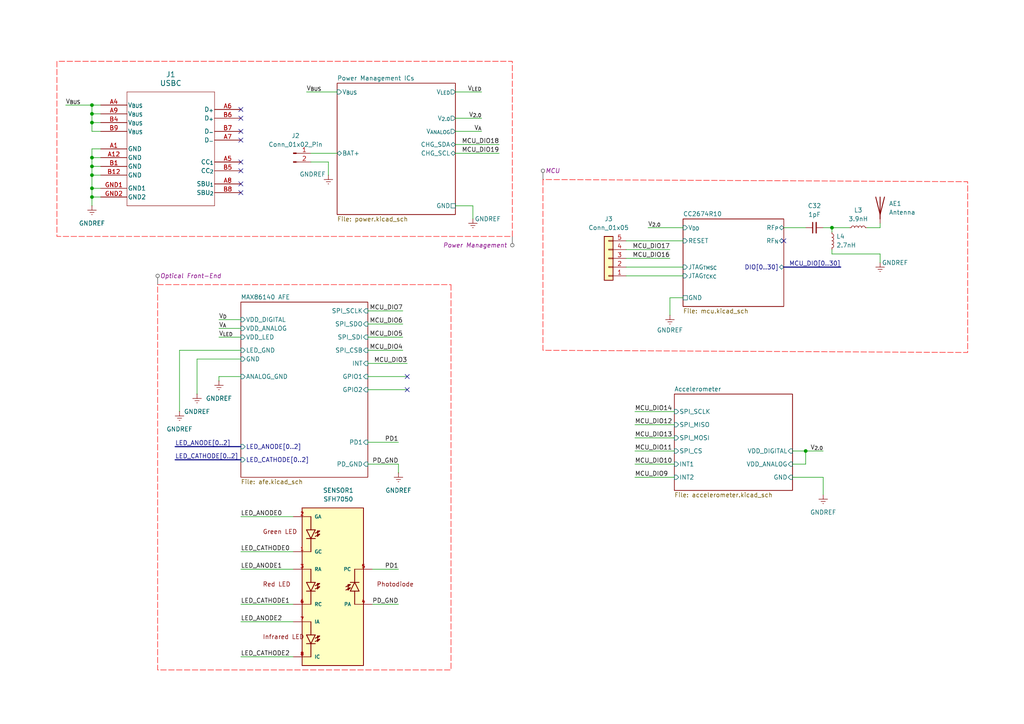
<source format=kicad_sch>
(kicad_sch (version 20250114) (generator "eeschema") (generator_version "9.0")
  (paper "A4")
  (title_block (title "Wearable Vital Monitor") (company "Guardian Health Inc."))
  (lib_symbols
    (symbol "Connector:Conn_01x02_Pin" (pin_names (offset 1.016) (hide yes))
      (property "Reference" "J" (at 0 2.54 0))
      (property "Value" "Conn_01x02_Pin" (at 0 -5.08 0))
      (symbol "Conn_01x02_Pin_1_1"
        (rectangle (start 0.8636 0.127) (end 0 -0.127) (stroke (width 0.1524)) (fill (type outline)))
        (rectangle (start 0.8636 -2.413) (end 0 -2.667) (stroke (width 0.1524)) (fill (type outline)))
        (polyline (pts (xy 1.27 0) (xy 0.8636 0)) (stroke (width 0.1524)))
        (polyline (pts (xy 1.27 -2.54) (xy 0.8636 -2.54)) (stroke (width 0.1524)))
        (pin passive line (at 5.08 0 180) (length 3.81) (name "Pin_1") (number "1"))
        (pin passive line (at 5.08 -2.54 180) (length 3.81) (name "Pin_2") (number "2"))
      )
    )
    (symbol "Connector_Generic:Conn_01x05" (pin_names (offset 1.016) (hide yes))
      (property "Reference" "J" (at 0 7.62 0))
      (property "Value" "Conn_01x05" (at 0 -7.62 0))
      (symbol "Conn_01x05_1_1"
        (rectangle (start -1.27 6.35) (end 1.27 -6.35) (stroke (width 0.254)) (fill (type background)))
        (rectangle (start -1.27 5.207) (end 0 4.953) (stroke (width 0.1524)))
        (rectangle (start -1.27 2.667) (end 0 2.413) (stroke (width 0.1524)))
        (rectangle (start -1.27 0.127) (end 0 -0.127) (stroke (width 0.1524)))
        (rectangle (start -1.27 -2.413) (end 0 -2.667) (stroke (width 0.1524)))
        (rectangle (start -1.27 -4.953) (end 0 -5.207) (stroke (width 0.1524)))
        (pin passive line (at -5.08 5.08 0) (length 3.81) (name "Pin_1") (number "1"))
        (pin passive line (at -5.08 2.54 0) (length 3.81) (name "Pin_2") (number "2"))
        (pin passive line (at -5.08 0 0) (length 3.81) (name "Pin_3") (number "3"))
        (pin passive line (at -5.08 -2.54 0) (length 3.81) (name "Pin_4") (number "4"))
        (pin passive line (at -5.08 -5.08 0) (length 3.81) (name "Pin_5") (number "5"))
      )
    )
    (symbol "Device:Antenna" (pin_numbers (hide yes)) (pin_names (offset 1.016) (hide yes))
      (property "Reference" "AE" (at -1.905 1.905 0))
      (property "Value" "Antenna" (at -1.905 0 0))
      (symbol "Antenna_0_1"
        (polyline (pts (xy 0 2.54) (xy 0 -3.81)) (stroke (width 0.254)))
        (polyline (pts (xy 1.27 2.54) (xy 0 -2.54) (xy -1.27 2.54)) (stroke (width 0.254)))
      )
      (symbol "Antenna_1_1"
        (pin input line (at 0 -5.08 90) (length 2.54) (name "A") (number "1"))
      )
    )
    (symbol "Device:C_Small" (pin_numbers (hide yes)) (pin_names (offset 0.254) (hide yes))
      (property "Reference" "C" (at 0.254 1.778 0))
      (property "Value" "C_Small" (at 0.254 -2.032 0))
      (symbol "C_Small_0_1"
        (polyline (pts (xy -1.524 0.508) (xy 1.524 0.508)) (stroke (width 0.3048)))
        (polyline (pts (xy -1.524 -0.508) (xy 1.524 -0.508)) (stroke (width 0.3302)))
      )
      (symbol "C_Small_1_1"
        (pin passive line (at 0 2.54 270) (length 2.032) (name "~") (number "1"))
        (pin passive line (at 0 -2.54 90) (length 2.032) (name "~") (number "2"))
      )
    )
    (symbol "Device:L_Small" (pin_numbers (hide yes)) (pin_names (offset 0.254) (hide yes))
      (property "Reference" "L" (at 0.762 1.016 0))
      (property "Value" "L_Small" (at 0.762 -1.016 0))
      (symbol "L_Small_0_1"
        (arc (start 0 2.032) (mid 0.5058 1.524) (end 0 1.016))
        (arc (start 0 1.016) (mid 0.5058 0.508) (end 0 0))
        (arc (start 0 0) (mid 0.5058 -0.508) (end 0 -1.016))
        (arc (start 0 -1.016) (mid 0.5058 -1.524) (end 0 -2.032))
      )
      (symbol "L_Small_1_1"
        (pin passive line (at 0 2.54 270) (length 0.508) (name "~") (number "1"))
        (pin passive line (at 0 -2.54 90) (length 0.508) (name "~") (number "2"))
      )
    )
    (symbol "ProjectSymbols:SFH7050" (pin_names (offset 1.016))
      (property "Reference" "SENSOR" (at -10.1735 25.4338 0))
      (property "Value" "SFH7050" (at -10.1743 -27.9794 0))
      (symbol "SFH7050_0_0"
        (rectangle (start -8.89 -22.86) (end 8.89 22.86) (stroke (width 0.254)) (fill (type background)))
        (polyline (pts (xy -7.62 16.51) (xy -6.35 16.51)) (stroke (width 0.254)))
        (polyline (pts (xy -7.62 13.97) (xy -6.35 13.97)) (stroke (width 0.254)))
        (polyline (pts (xy -7.62 1.27) (xy -6.35 1.27)) (stroke (width 0.254)))
        (polyline (pts (xy -7.62 -1.27) (xy -6.35 -1.27)) (stroke (width 0.254)))
        (polyline (pts (xy -7.62 -13.97) (xy -6.35 -13.97)) (stroke (width 0.254)))
        (polyline (pts (xy -7.62 -16.51) (xy -6.35 -16.51)) (stroke (width 0.254)))
        (polyline (pts (xy -6.35 20.32) (xy -6.35 16.51)) (stroke (width 0.254)))
        (polyline (pts (xy -6.35 16.51) (xy -5.08 16.51)) (stroke (width 0.254)))
        (polyline (pts (xy -6.35 13.97) (xy -7.62 16.51)) (stroke (width 0.254)))
        (polyline (pts (xy -6.35 13.97) (xy -6.35 10.16)) (stroke (width 0.254)))
        (polyline (pts (xy -6.35 13.97) (xy -5.08 13.97)) (stroke (width 0.254)))
        (polyline (pts (xy -6.35 5.08) (xy -6.35 1.27)) (stroke (width 0.254)))
        (polyline (pts (xy -6.35 1.27) (xy -5.08 1.27)) (stroke (width 0.254)))
        (polyline (pts (xy -6.35 -1.27) (xy -7.62 1.27)) (stroke (width 0.254)))
        (polyline (pts (xy -6.35 -1.27) (xy -6.35 -5.08)) (stroke (width 0.254)))
        (polyline (pts (xy -6.35 -1.27) (xy -5.08 -1.27)) (stroke (width 0.254)))
        (polyline (pts (xy -6.35 -10.16) (xy -6.35 -13.97)) (stroke (width 0.254)))
        (polyline (pts (xy -6.35 -13.97) (xy -5.08 -13.97)) (stroke (width 0.254)))
        (polyline (pts (xy -6.35 -16.51) (xy -7.62 -13.97)) (stroke (width 0.254)))
        (polyline (pts (xy -6.35 -16.51) (xy -6.35 -20.32)) (stroke (width 0.254)))
        (polyline (pts (xy -6.35 -16.51) (xy -5.08 -16.51)) (stroke (width 0.254)))
        (polyline (pts (xy -5.08 16.51) (xy -6.35 13.97)) (stroke (width 0.254)))
        (polyline (pts (xy -5.08 15.5575) (xy -3.81 16.1925)) (stroke (width 0.254)))
        (polyline (pts (xy -5.08 14.605) (xy -3.81 15.24)) (stroke (width 0.254)))
        (polyline (pts (xy -5.08 1.27) (xy -6.35 -1.27)) (stroke (width 0.254)))
        (polyline (pts (xy -5.08 0.3175) (xy -3.81 0.9525)) (stroke (width 0.254)))
        (polyline (pts (xy -5.08 -0.635) (xy -3.81 0)) (stroke (width 0.254)))
        (polyline (pts (xy -5.08 -13.97) (xy -6.35 -16.51)) (stroke (width 0.254)))
        (polyline (pts (xy -5.08 -14.9225) (xy -3.81 -14.2875)) (stroke (width 0.254)))
        (polyline (pts (xy -5.08 -15.875) (xy -3.81 -15.24)) (stroke (width 0.254)))
        (polyline (pts (xy -4.445 16.1925) (xy -3.81 16.1925)) (stroke (width 0.254)))
        (polyline (pts (xy -4.445 15.5575) (xy -4.445 16.1925)) (stroke (width 0.254)))
        (polyline (pts (xy -4.445 15.24) (xy -3.81 15.24)) (stroke (width 0.254)))
        (polyline (pts (xy -4.445 14.605) (xy -4.445 15.24)) (stroke (width 0.254)))
        (polyline (pts (xy -4.445 0.9525) (xy -3.81 0.9525)) (stroke (width 0.254)))
        (polyline (pts (xy -4.445 0.3175) (xy -4.445 0.9525)) (stroke (width 0.254)))
        (polyline (pts (xy -4.445 0) (xy -3.81 0)) (stroke (width 0.254)))
        (polyline (pts (xy -4.445 -0.635) (xy -4.445 0)) (stroke (width 0.254)))
        (polyline (pts (xy -4.445 -14.2875) (xy -3.81 -14.2875)) (stroke (width 0.254)))
        (polyline (pts (xy -4.445 -14.9225) (xy -4.445 -14.2875)) (stroke (width 0.254)))
        (polyline (pts (xy -4.445 -15.24) (xy -3.81 -15.24)) (stroke (width 0.254)))
        (polyline (pts (xy -4.445 -15.875) (xy -4.445 -15.24)) (stroke (width 0.254)))
        (polyline (pts (xy -3.81 16.1925) (xy -4.445 15.5575)) (stroke (width 0.254)))
        (polyline (pts (xy -3.81 15.24) (xy -4.445 14.605)) (stroke (width 0.254)))
        (polyline (pts (xy -3.81 0.9525) (xy -4.445 0.3175)) (stroke (width 0.254)))
        (polyline (pts (xy -3.81 0) (xy -4.445 -0.635)) (stroke (width 0.254)))
        (polyline (pts (xy -3.81 -14.2875) (xy -4.445 -14.9225)) (stroke (width 0.254)))
        (polyline (pts (xy -3.81 -15.24) (xy -4.445 -15.875)) (stroke (width 0.254)))
        (polyline (pts (xy 3.81 0) (xy 5.08 0.635)) (stroke (width 0.254)))
        (polyline (pts (xy 3.81 -0.9525) (xy 5.08 -0.3175)) (stroke (width 0.254)))
        (polyline (pts (xy 4.445 0.635) (xy 5.08 0.635)) (stroke (width 0.254)))
        (polyline (pts (xy 4.445 0) (xy 4.445 0.635)) (stroke (width 0.254)))
        (polyline (pts (xy 4.445 -0.3175) (xy 5.08 -0.3175)) (stroke (width 0.254)))
        (polyline (pts (xy 4.445 -0.9525) (xy 4.445 -0.3175)) (stroke (width 0.254)))
        (polyline (pts (xy 5.08 0.635) (xy 4.445 0)) (stroke (width 0.254)))
        (polyline (pts (xy 5.08 -0.3175) (xy 4.445 -0.9525)) (stroke (width 0.254)))
        (polyline (pts (xy 5.08 -1.27) (xy 6.35 1.27)) (stroke (width 0.254)))
        (polyline (pts (xy 6.35 1.27) (xy 5.08 1.27)) (stroke (width 0.254)))
        (polyline (pts (xy 6.35 1.27) (xy 6.35 5.08)) (stroke (width 0.254)))
        (polyline (pts (xy 6.35 1.27) (xy 7.62 -1.27)) (stroke (width 0.254)))
        (polyline (pts (xy 6.35 -1.27) (xy 5.08 -1.27)) (stroke (width 0.254)))
        (polyline (pts (xy 6.35 -5.08) (xy 6.35 -1.27)) (stroke (width 0.254)))
        (polyline (pts (xy 7.62 1.27) (xy 6.35 1.27)) (stroke (width 0.254)))
        (polyline (pts (xy 7.62 -1.27) (xy 6.35 -1.27)) (stroke (width 0.254)))
        (text "Infrared LED" (at -20.346 -15.2595 0) (effects (font (size 1.2716 1.2716)) (justify left bottom)))
        (text "Red LED" (at -20.3359 0 0) (effects (font (size 1.271 1.271)) (justify left bottom)))
        (text "Green LED" (at -20.3225 15.2419 0) (effects (font (size 1.2701 1.2701)) (justify left bottom)))
        (text "Photodiode" (at 12.7235 0 0) (effects (font (size 1.2724 1.2724)) (justify left bottom)))
        (pin passive line (at -11.43 20.32 0) (length 5.08) (name "GA") (number "2"))
        (pin passive line (at -11.43 10.16 0) (length 5.08) (name "GC") (number "1"))
        (pin passive line (at -11.43 5.08 0) (length 5.08) (name "RA") (number "3"))
        (pin passive line (at -11.43 -5.08 0) (length 5.08) (name "RC") (number "6"))
        (pin passive line (at -11.43 -10.16 0) (length 5.08) (name "IA") (number "7"))
        (pin passive line (at -11.43 -20.32 0) (length 5.08) (name "IC") (number "8"))
        (pin passive line (at 11.43 5.08 180) (length 5.08) (name "PC") (number "5"))
        (pin passive line (at 11.43 -5.08 180) (length 5.08) (name "PA") (number "4"))
      )
    )
    (symbol "ProjectSymbols:USBC" (pin_names (offset 0.254))
      (property "Reference" "J" (at 20.32 10.16 0))
      (property "Value" "USBC" (at 20.32 7.62 0))
      (symbol "USBC_1_1"
        (polyline (pts (xy 7.62 5.08) (xy 7.62 -27.94)) (stroke (width 0.127)))
        (polyline (pts (xy 7.62 -27.94) (xy 33.02 -27.94)) (stroke (width 0.127)))
        (polyline (pts (xy 33.02 5.08) (xy 7.62 5.08)) (stroke (width 0.127)))
        (polyline (pts (xy 33.02 -27.94) (xy 33.02 5.08)) (stroke (width 0.127)))
        (pin passive line (at 0 1.27 0) (length 7.62) (name "V_{BUS}") (number "A4"))
        (pin passive line (at 0 -1.27 0) (length 7.62) (name "V_{BUS}") (number "A9"))
        (pin passive line (at 0 -3.81 0) (length 7.62) (name "V_{BUS}") (number "B4"))
        (pin passive line (at 0 -6.35 0) (length 7.62) (name "V_{BUS}") (number "B9"))
        (pin passive line (at 0 -11.43 0) (length 7.62) (name "GND") (number "A1"))
        (pin passive line (at 0 -13.97 0) (length 7.62) (name "GND") (number "A12"))
        (pin passive line (at 0 -16.51 0) (length 7.62) (name "GND") (number "B1"))
        (pin passive line (at 0 -19.05 0) (length 7.62) (name "GND") (number "B12"))
        (pin passive line (at 0 -22.86 0) (length 7.62) (name "GND1") (number "GND1"))
        (pin passive line (at 0 -25.4 0) (length 7.62) (name "GND2") (number "GND2"))
        (pin bidirectional line (at 40.64 0 180) (length 7.62) (name "D_{+}") (number "A6"))
        (pin bidirectional line (at 40.64 -2.54 180) (length 7.62) (name "D_{+}") (number "B6"))
        (pin bidirectional line (at 40.64 -6.35 180) (length 7.62) (name "D_{-}") (number "B7"))
        (pin bidirectional line (at 40.64 -8.89 180) (length 7.62) (name "D_{-}") (number "A7"))
        (pin bidirectional line (at 40.64 -15.24 180) (length 7.62) (name "CC_{1}") (number "A5"))
        (pin bidirectional line (at 40.64 -17.78 180) (length 7.62) (name "CC_{2}") (number "B5"))
        (pin bidirectional line (at 40.64 -21.59 180) (length 7.62) (name "SBU_{1}") (number "A8"))
        (pin bidirectional line (at 40.64 -24.13 180) (length 7.62) (name "SBU_{2}") (number "B8"))
      )
      (symbol "USBC_1_2"
        (polyline (pts (xy 5.08 2.54) (xy 5.08 -45.72)) (stroke (width 0.127)))
        (polyline (pts (xy 5.08 -45.72) (xy 12.7 -45.72)) (stroke (width 0.127)))
        (polyline (pts (xy 7.62 0) (xy 5.08 0)) (stroke (width 0.127)))
        (polyline (pts (xy 7.62 0) (xy 8.89 0.8467)) (stroke (width 0.127)))
        (polyline (pts (xy 7.62 0) (xy 8.89 -0.8467)) (stroke (width 0.127)))
        (polyline (pts (xy 7.62 -2.54) (xy 5.08 -2.54)) (stroke (width 0.127)))
        (polyline (pts (xy 7.62 -2.54) (xy 8.89 -1.6933)) (stroke (width 0.127)))
        (polyline (pts (xy 7.62 -2.54) (xy 8.89 -3.3867)) (stroke (width 0.127)))
        (polyline (pts (xy 7.62 -5.08) (xy 5.08 -5.08)) (stroke (width 0.127)))
        (polyline (pts (xy 7.62 -5.08) (xy 8.89 -4.2333)) (stroke (width 0.127)))
        (polyline (pts (xy 7.62 -5.08) (xy 8.89 -5.9267)) (stroke (width 0.127)))
        (polyline (pts (xy 7.62 -7.62) (xy 5.08 -7.62)) (stroke (width 0.127)))
        (polyline (pts (xy 7.62 -7.62) (xy 8.89 -6.7733)) (stroke (width 0.127)))
        (polyline (pts (xy 7.62 -7.62) (xy 8.89 -8.4667)) (stroke (width 0.127)))
        (polyline (pts (xy 7.62 -10.16) (xy 5.08 -10.16)) (stroke (width 0.127)))
        (polyline (pts (xy 7.62 -10.16) (xy 8.89 -9.3133)) (stroke (width 0.127)))
        (polyline (pts (xy 7.62 -10.16) (xy 8.89 -11.0067)) (stroke (width 0.127)))
        (polyline (pts (xy 7.62 -12.7) (xy 5.08 -12.7)) (stroke (width 0.127)))
        (polyline (pts (xy 7.62 -12.7) (xy 8.89 -11.8533)) (stroke (width 0.127)))
        (polyline (pts (xy 7.62 -12.7) (xy 8.89 -13.5467)) (stroke (width 0.127)))
        (polyline (pts (xy 7.62 -15.24) (xy 5.08 -15.24)) (stroke (width 0.127)))
        (polyline (pts (xy 7.62 -15.24) (xy 8.89 -14.3933)) (stroke (width 0.127)))
        (polyline (pts (xy 7.62 -15.24) (xy 8.89 -16.0867)) (stroke (width 0.127)))
        (polyline (pts (xy 7.62 -17.78) (xy 5.08 -17.78)) (stroke (width 0.127)))
        (polyline (pts (xy 7.62 -17.78) (xy 8.89 -16.9333)) (stroke (width 0.127)))
        (polyline (pts (xy 7.62 -17.78) (xy 8.89 -18.6267)) (stroke (width 0.127)))
        (polyline (pts (xy 7.62 -20.32) (xy 5.08 -20.32)) (stroke (width 0.127)))
        (polyline (pts (xy 7.62 -20.32) (xy 8.89 -19.4733)) (stroke (width 0.127)))
        (polyline (pts (xy 7.62 -20.32) (xy 8.89 -21.1667)) (stroke (width 0.127)))
        (polyline (pts (xy 7.62 -22.86) (xy 5.08 -22.86)) (stroke (width 0.127)))
        (polyline (pts (xy 7.62 -22.86) (xy 8.89 -22.0133)) (stroke (width 0.127)))
        (polyline (pts (xy 7.62 -22.86) (xy 8.89 -23.7067)) (stroke (width 0.127)))
        (polyline (pts (xy 7.62 -25.4) (xy 5.08 -25.4)) (stroke (width 0.127)))
        (polyline (pts (xy 7.62 -25.4) (xy 8.89 -24.5533)) (stroke (width 0.127)))
        (polyline (pts (xy 7.62 -25.4) (xy 8.89 -26.2467)) (stroke (width 0.127)))
        (polyline (pts (xy 7.62 -27.94) (xy 5.08 -27.94)) (stroke (width 0.127)))
        (polyline (pts (xy 7.62 -27.94) (xy 8.89 -27.0933)) (stroke (width 0.127)))
        (polyline (pts (xy 7.62 -27.94) (xy 8.89 -28.7867)) (stroke (width 0.127)))
        (polyline (pts (xy 7.62 -30.48) (xy 5.08 -30.48)) (stroke (width 0.127)))
        (polyline (pts (xy 7.62 -30.48) (xy 8.89 -29.6333)) (stroke (width 0.127)))
        (polyline (pts (xy 7.62 -30.48) (xy 8.89 -31.3267)) (stroke (width 0.127)))
        (polyline (pts (xy 7.62 -33.02) (xy 5.08 -33.02)) (stroke (width 0.127)))
        (polyline (pts (xy 7.62 -33.02) (xy 8.89 -32.1733)) (stroke (width 0.127)))
        (polyline (pts (xy 7.62 -33.02) (xy 8.89 -33.8667)) (stroke (width 0.127)))
        (polyline (pts (xy 7.62 -35.56) (xy 5.08 -35.56)) (stroke (width 0.127)))
        (polyline (pts (xy 7.62 -35.56) (xy 8.89 -34.7133)) (stroke (width 0.127)))
        (polyline (pts (xy 7.62 -35.56) (xy 8.89 -36.4067)) (stroke (width 0.127)))
        (polyline (pts (xy 7.62 -38.1) (xy 5.08 -38.1)) (stroke (width 0.127)))
        (polyline (pts (xy 7.62 -38.1) (xy 8.89 -37.2533)) (stroke (width 0.127)))
        (polyline (pts (xy 7.62 -38.1) (xy 8.89 -38.9467)) (stroke (width 0.127)))
        (polyline (pts (xy 7.62 -40.64) (xy 5.08 -40.64)) (stroke (width 0.127)))
        (polyline (pts (xy 7.62 -40.64) (xy 8.89 -39.7933)) (stroke (width 0.127)))
        (polyline (pts (xy 7.62 -40.64) (xy 8.89 -41.4867)) (stroke (width 0.127)))
        (polyline (pts (xy 7.62 -43.18) (xy 5.08 -43.18)) (stroke (width 0.127)))
        (polyline (pts (xy 7.62 -43.18) (xy 8.89 -42.3333)) (stroke (width 0.127)))
        (polyline (pts (xy 7.62 -43.18) (xy 8.89 -44.0267)) (stroke (width 0.127)))
        (polyline (pts (xy 12.7 2.54) (xy 5.08 2.54)) (stroke (width 0.127)))
        (polyline (pts (xy 12.7 -45.72) (xy 12.7 2.54)) (stroke (width 0.127)))
        (pin power_out line (at 0 0 0) (length 5.08) (name "A1") (number "A1"))
        (pin power_out line (at 0 -2.54 0) (length 5.08) (name "B12") (number "B12"))
        (pin power_in line (at 0 -5.08 0) (length 5.08) (name "A4") (number "A4"))
        (pin power_in line (at 0 -7.62 0) (length 5.08) (name "B9") (number "B9"))
        (pin bidirectional line (at 0 -10.16 0) (length 5.08) (name "A5") (number "A5"))
        (pin bidirectional line (at 0 -12.7 0) (length 5.08) (name "B8") (number "B8"))
        (pin unspecified line (at 0 -15.24 0) (length 5.08) (name "A6") (number "A6"))
        (pin bidirectional line (at 0 -17.78 0) (length 5.08) (name "B7") (number "B7"))
        (pin bidirectional line (at 0 -20.32 0) (length 5.08) (name "A7") (number "A7"))
        (pin unspecified line (at 0 -22.86 0) (length 5.08) (name "B6") (number "B6"))
        (pin bidirectional line (at 0 -25.4 0) (length 5.08) (name "A8") (number "A8"))
        (pin bidirectional line (at 0 -27.94 0) (length 5.08) (name "B5") (number "B5"))
        (pin power_in line (at 0 -30.48 0) (length 5.08) (name "A9") (number "A9"))
        (pin power_in line (at 0 -33.02 0) (length 5.08) (name "B4") (number "B4"))
        (pin power_out line (at 0 -35.56 0) (length 5.08) (name "A12") (number "A12"))
        (pin power_out line (at 0 -38.1 0) (length 5.08) (name "B1") (number "B1"))
        (pin power_out line (at 0 -40.64 0) (length 5.08) (name "GND1") (number "GND1"))
        (pin power_out line (at 0 -43.18 0) (length 5.08) (name "GND2") (number "GND2"))
      )
    )
    (symbol "power:GNDREF" (power) (pin_numbers (hide yes)) (pin_names (offset 0) (hide yes))
      (property "Value" "GNDREF" (at 0 -3.81 0))
      (symbol "GNDREF_0_1"
        (polyline (pts (xy -0.635 -1.905) (xy 0.635 -1.905)))
        (polyline (pts (xy -0.127 -2.54) (xy 0.127 -2.54)))
        (polyline (pts (xy 0 -1.27) (xy 0 0)))
        (polyline (pts (xy 1.27 -1.27) (xy -1.27 -1.27)))
      )
      (symbol "GNDREF_1_1"
        (pin power_in line (at 0 0 270) (length 0) (name "~") (number "1"))
      )
    )
  )
  (junction (at 26.67 57.15))
  (junction (at 26.67 30.48))
  (junction (at 26.67 54.61))
  (junction (at 26.67 50.8))
  (junction (at 26.67 45.72))
  (junction (at 26.67 33.02))
  (junction (at 233.68 130.81))
  (junction (at 26.67 48.26))
  (junction (at 26.67 35.56))
  (junction (at 241.3 66.04))
  (no_connect (at 69.85 46.99))
  (no_connect (at 118.11 109.22))
  (no_connect (at 69.85 53.34))
  (no_connect (at 69.85 34.29))
  (no_connect (at 118.11 113.03))
  (no_connect (at 69.85 31.75))
  (no_connect (at 69.85 49.53))
  (no_connect (at 69.85 40.64))
  (no_connect (at 69.85 55.88))
  (no_connect (at 227.33 69.85))
  (no_connect (at 69.85 38.1))
  (wire (pts (xy 107.95 165.1) (xy 115.57 165.1)))
  (wire (pts (xy 184.15 130.81) (xy 195.58 130.81)))
  (wire (pts (xy 238.76 66.04) (xy 241.3 66.04)))
  (wire (pts (xy 106.68 90.17) (xy 116.84 90.17)))
  (wire (pts (xy 26.67 35.56) (xy 26.67 38.1)))
  (wire (pts (xy 233.68 130.81) (xy 238.76 130.81)))
  (wire (pts (xy 181.61 74.93) (xy 194.31 74.93)))
  (wire (pts (xy 63.5 92.71) (xy 69.85 92.71)))
  (wire (pts (xy 106.68 97.79) (xy 116.84 97.79)))
  (wire (pts (xy 69.85 190.5) (xy 85.09 190.5)))
  (wire (pts (xy 187.96 66.04) (xy 198.12 66.04)))
  (wire (pts (xy 194.31 91.44) (xy 194.31 86.36)))
  (wire (pts (xy 69.85 104.14) (xy 57.15 104.14)))
  (wire (pts (xy 241.3 67.31) (xy 241.3 66.04)))
  (wire (pts (xy 52.07 101.6) (xy 52.07 119.38)))
  (wire (pts (xy 241.3 66.04) (xy 246.38 66.04)))
  (bus (pts (xy 50.8 129.54) (xy 69.85 129.54)))
  (wire (pts (xy 63.5 95.25) (xy 69.85 95.25)))
  (wire (pts (xy 238.76 138.43) (xy 238.76 143.51)))
  (wire (pts (xy 69.85 149.86) (xy 85.09 149.86)))
  (wire (pts (xy 106.68 93.98) (xy 116.84 93.98)))
  (wire (pts (xy 233.68 130.81) (xy 233.68 134.62)))
  (wire (pts (xy 69.85 175.26) (xy 85.09 175.26)))
  (wire (pts (xy 115.57 128.27) (xy 106.68 128.27)))
  (wire (pts (xy 63.5 109.22) (xy 63.5 110.49)))
  (wire (pts (xy 88.9 26.67) (xy 97.79 26.67)))
  (wire (pts (xy 69.85 165.1) (xy 85.09 165.1)))
  (wire (pts (xy 132.08 26.67) (xy 139.7 26.67)))
  (wire (pts (xy 95.25 50.8) (xy 95.25 46.99)))
  (wire (pts (xy 26.67 54.61) (xy 26.67 57.15)))
  (wire (pts (xy 241.3 73.66) (xy 255.27 73.66)))
  (wire (pts (xy 132.08 41.91) (xy 144.78 41.91)))
  (wire (pts (xy 227.33 66.04) (xy 233.68 66.04)))
  (wire (pts (xy 69.85 160.02) (xy 85.09 160.02)))
  (wire (pts (xy 184.15 119.38) (xy 195.58 119.38)))
  (wire (pts (xy 106.68 134.62) (xy 115.57 134.62)))
  (bus (pts (xy 227.33 77.47) (xy 243.84 77.47)))
  (wire (pts (xy 137.16 59.69) (xy 137.16 63.5)))
  (wire (pts (xy 95.25 46.99) (xy 90.17 46.99)))
  (wire (pts (xy 69.85 180.34) (xy 85.09 180.34)))
  (wire (pts (xy 184.15 123.19) (xy 195.58 123.19)))
  (wire (pts (xy 229.87 138.43) (xy 238.76 138.43)))
  (wire (pts (xy 26.67 50.8) (xy 26.67 54.61)))
  (wire (pts (xy 255.27 73.66) (xy 255.27 76.2)))
  (wire (pts (xy 26.67 57.15) (xy 26.67 59.69)))
  (wire (pts (xy 26.67 45.72) (xy 29.21 45.72)))
  (wire (pts (xy 106.68 101.6) (xy 116.84 101.6)))
  (wire (pts (xy 181.61 80.01) (xy 198.12 80.01)))
  (wire (pts (xy 233.68 134.62) (xy 229.87 134.62)))
  (wire (pts (xy 57.15 104.14) (xy 57.15 114.3)))
  (wire (pts (xy 255.27 64.77) (xy 255.27 66.04)))
  (wire (pts (xy 106.68 109.22) (xy 118.11 109.22)))
  (wire (pts (xy 184.15 127) (xy 195.58 127)))
  (bus (pts (xy 50.8 133.35) (xy 69.85 133.35)))
  (wire (pts (xy 181.61 77.47) (xy 198.12 77.47)))
  (wire (pts (xy 132.08 34.29) (xy 139.7 34.29)))
  (wire (pts (xy 181.61 69.85) (xy 198.12 69.85)))
  (wire (pts (xy 69.85 109.22) (xy 63.5 109.22)))
  (wire (pts (xy 29.21 57.15) (xy 26.67 57.15)))
  (wire (pts (xy 106.68 113.03) (xy 118.11 113.03)))
  (wire (pts (xy 26.67 43.18) (xy 26.67 45.72)))
  (wire (pts (xy 26.67 33.02) (xy 26.67 35.56)))
  (wire (pts (xy 26.67 54.61) (xy 29.21 54.61)))
  (wire (pts (xy 107.95 175.26) (xy 115.57 175.26)))
  (wire (pts (xy 26.67 38.1) (xy 29.21 38.1)))
  (wire (pts (xy 241.3 73.66) (xy 241.3 72.39)))
  (wire (pts (xy 26.67 35.56) (xy 29.21 35.56)))
  (wire (pts (xy 115.57 134.62) (xy 115.57 137.16)))
  (wire (pts (xy 184.15 138.43) (xy 195.58 138.43)))
  (wire (pts (xy 251.46 66.04) (xy 255.27 66.04)))
  (wire (pts (xy 229.87 130.81) (xy 233.68 130.81)))
  (wire (pts (xy 90.17 44.45) (xy 97.79 44.45)))
  (wire (pts (xy 132.08 59.69) (xy 137.16 59.69)))
  (wire (pts (xy 181.61 72.39) (xy 194.31 72.39)))
  (wire (pts (xy 19.05 30.48) (xy 26.67 30.48)))
  (wire (pts (xy 26.67 48.26) (xy 26.67 50.8)))
  (wire (pts (xy 194.31 86.36) (xy 198.12 86.36)))
  (wire (pts (xy 69.85 101.6) (xy 52.07 101.6)))
  (wire (pts (xy 106.68 105.41) (xy 118.11 105.41)))
  (wire (pts (xy 63.5 97.79) (xy 69.85 97.79)))
  (wire (pts (xy 132.08 44.45) (xy 144.78 44.45)))
  (wire (pts (xy 29.21 43.18) (xy 26.67 43.18)))
  (wire (pts (xy 26.67 50.8) (xy 29.21 50.8)))
  (wire (pts (xy 29.21 30.48) (xy 26.67 30.48)))
  (wire (pts (xy 26.67 30.48) (xy 26.67 33.02)))
  (wire (pts (xy 26.67 48.26) (xy 29.21 48.26)))
  (wire (pts (xy 132.08 38.1) (xy 139.7 38.1)))
  (wire (pts (xy 184.15 134.62) (xy 195.58 134.62)))
  (wire (pts (xy 26.67 45.72) (xy 26.67 48.26)))
  (wire (pts (xy 26.67 33.02) (xy 29.21 33.02)))
  (label "V_{BUS}" (at 19.05 30.48 0))
  (label "MCU_DIO13" (at 184.15 127 0))
  (label "MCU_DIO14" (at 184.15 119.38 0))
  (label "MCU_DIO17" (at 194.31 72.39 180))
  (label "MCU_DIO[0..30]" (at 243.84 77.47 180))
  (label "MCU_DIO5" (at 116.84 97.79 180))
  (label "MCU_DIO10" (at 184.15 134.62 0))
  (label "V_{2.0}" (at 238.76 130.81 180))
  (label "V_{2.0}" (at 187.96 66.04 0))
  (label "LED_CATHODE[0..2]" (at 50.8 133.35 0))
  (label "LED_CATHODE0" (at 69.85 160.02 0))
  (label "V_{A}" (at 63.5 95.25 0))
  (label "MCU_DIO11" (at 184.15 130.81 0))
  (label "V_{BUS}" (at 88.9 26.67 0))
  (label "MCU_DIO4" (at 116.84 101.6 180))
  (label "LED_ANODE1" (at 69.85 165.1 0))
  (label "PD1" (at 115.57 128.27 180))
  (label "PD_GND" (at 115.57 175.26 180))
  (label "LED_ANODE2" (at 69.85 180.34 0))
  (label "MCU_DIO3" (at 118.11 105.41 180))
  (label "PD1" (at 115.57 165.1 180))
  (label "MCU_DIO9" (at 184.15 138.43 0))
  (label "MCU_DIO18" (at 144.78 41.91 180))
  (label "V_{D}" (at 63.5 92.71 0))
  (label "MCU_DIO12" (at 184.15 123.19 0))
  (label "PD_GND" (at 115.57 134.62 180))
  (label "V_{LED}" (at 63.5 97.79 0))
  (label "MCU_DIO19" (at 144.78 44.45 180))
  (label "V_{A}" (at 139.7 38.1 180))
  (label "MCU_DIO6" (at 116.84 93.98 180))
  (label "LED_CATHODE2" (at 69.85 190.5 0))
  (label "MCU_DIO7" (at 116.84 90.17 180))
  (label "V_{LED}" (at 139.7 26.67 180))
  (label "LED_CATHODE1" (at 69.85 175.26 0))
  (label "MCU_DIO16" (at 194.31 74.93 180))
  (label "V_{2.0}" (at 139.7 34.29 180))
  (label "LED_ANODE0" (at 69.85 149.86 0))
  (label "LED_ANODE[0..2]" (at 50.8 129.54 0))
  (rule_area (polyline (pts (xy 157.48 52.07) (xy 157.48 101.6) (xy 280.67 102.235) (xy 280.67 52.705)) (stroke (width 0) (type dash))))
  (rule_area (polyline (pts (xy 130.81 82.55) (xy 130.81 194.31) (xy 45.72 194.31) (xy 45.72 82.55) (xy 45.72 82.55)) (stroke (width 0) (type dash))))
  (rule_area (polyline (pts (xy 16.51 17.78) (xy 16.51 68.58) (xy 148.59 68.58) (xy 148.59 17.78)) (stroke (width 0) (type dash))))
  (netclass_flag "" (length 2.54) (shape round) (at 148.59 68.58 180) (property "Component Class" "Power Management" (at 147.066 71.12 0) (effects (font (italic yes)) (justify right))))
  (netclass_flag "" (length 2.54) (shape round) (at 45.72 82.55 0) (property "Component Class" "Optical Front-End" (at 46.4185 80.01 0) (effects (font (italic yes)) (justify left))))
  (netclass_flag "" (length 2.54) (shape round) (at 157.48 52.07 0) (property "Component Class" "MCU" (at 158.1785 49.53 0) (effects (font (italic yes)) (justify left))))
  (symbol (lib_id "power:GNDREF") (at 52.07 119.38 0) (unit 1)
    (property "Reference" "#PWR06" (effects (hide yes)))
    (property "Value" "GNDREF" (at 52.07 124.46 0))
    (property "Description" "Power symbol creates a global label with name \"GNDREF\" , reference supply ground" (effects (hide yes)))
  )
  (symbol (lib_id "Device:L_Small") (at 241.3 69.85 0) (unit 1)
    (property "Reference" "L4" (at 242.57 68.5799 0) (effects (justify left)))
    (property "Value" "2.7nH" (at 242.57 71.1199 0) (effects (justify left)))
    (property "Footprint" "Inductor_SMD:L_0402_1005Metric" (effects (hide yes)))
    (property "Description" "Inductor, small symbol" (effects (hide yes)))
  )
  (symbol (lib_id "power:GNDREF") (at 115.57 137.16 0) (unit 1)
    (property "Reference" "#PWR03" (effects (hide yes)))
    (property "Value" "GNDREF" (at 115.57 142.24 0))
    (property "Description" "Power symbol creates a global label with name \"GNDREF\" , reference supply ground" (effects (hide yes)))
  )
  (symbol (lib_id "Connector_Generic:Conn_01x05") (at 176.53 74.93 180) (unit 1)
    (property "Reference" "J3" (at 176.53 63.5 0))
    (property "Value" "Conn_01x05" (at 176.53 66.04 0))
    (property "Footprint" "Connector_PinHeader_2.54mm:PinHeader_1x05_P2.54mm_Vertical" (effects (hide yes)))
    (property "Description" "Generic connector, single row, 01x05, script generated (kicad-library-utils/schlib/autogen/connector/)" (effects (hide yes)))
  )
  (symbol (lib_id "ProjectSymbols:SFH7050") (at 96.52 170.18 0) (unit 1)
    (property "Reference" "SENSOR1" (at 98.1218 142.24 0))
    (property "Value" "SFH7050" (at 98.1218 144.78 0))
    (property "Footprint" "Project-Symbols:SFH 7050A_OSM" (effects (hide yes)))
    (property "MF" "OSRAM Opto" (effects (hide yes)))
    (property "Description_1" "Oximeter/Heart Rate Sensor Voltage Output" (effects (hide yes)))
    (property "Package" "None" (effects (hide yes)))
    (property "Price" "None" (effects (hide yes)))
    (property "Check_prices" "https://www.snapeda.com/parts/SFH7050/Osram/view-part/?ref=eda" (effects (hide yes)))
    (property "SnapEDA_Link" "https://www.snapeda.com/parts/SFH7050/Osram/view-part/?ref=snap" (effects (hide yes)))
    (property "MP" "SFH7050" (effects (hide yes)))
    (property "Availability" "In Stock" (effects (hide yes)))
    (property "MANUFACTURER" "Opto Semiconductor" (effects (hide yes)))
  )
  (symbol (lib_id "power:GNDREF") (at 57.15 114.3 0) (unit 1)
    (property "Reference" "#PWR02" (effects (hide yes)))
    (property "Value" "GNDREF" (at 57.15 119.38 0))
    (property "Description" "Power symbol creates a global label with name \"GNDREF\" , reference supply ground" (effects (hide yes)))
  )
  (symbol (lib_id "Device:C_Small") (at 236.22 66.04 90) (unit 1)
    (property "Reference" "C32" (at 236.2263 59.69 90))
    (property "Value" "1pF" (at 236.2263 62.23 90))
    (property "Footprint" "Capacitor_SMD:C_0402_1005Metric" (effects (hide yes)))
    (property "Description" "Unpolarized capacitor, small symbol" (effects (hide yes)))
  )
  (symbol (lib_id "power:GNDREF") (at 137.16 63.5 0) (unit 1)
    (property "Reference" "#PWR07" (effects (hide yes)))
    (property "Value" "GNDREF" (at 141.478 63.5 0))
    (property "Description" "Power symbol creates a global label with name \"GNDREF\" , reference supply ground" (effects (hide yes)))
  )
  (symbol (lib_id "power:GNDREF") (at 255.27 76.2 0) (unit 1)
    (property "Reference" "#PWR09" (effects (hide yes)))
    (property "Value" "GNDREF" (at 259.588 76.2 0))
    (property "Description" "Power symbol creates a global label with name \"GNDREF\" , reference supply ground" (effects (hide yes)))
  )
  (symbol (lib_id "Device:Antenna") (at 255.27 59.69 0) (unit 1)
    (property "Reference" "AE1" (at 257.81 59.0549 0) (effects (justify left)))
    (property "Value" "Antenna" (at 257.81 61.5949 0) (effects (justify left)))
    (property "Footprint" "RF_Antenna:Johanson_2450AT18x100" (effects (hide yes)))
    (property "Description" "Antenna" (effects (hide yes)))
  )
  (symbol (lib_id "Connector:Conn_01x02_Pin") (at 85.09 44.45 0) (unit 1)
    (property "Reference" "J2" (at 85.725 39.37 0))
    (property "Value" "Conn_01x02_Pin" (at 85.725 41.91 0))
    (property "Footprint" "Connector_PinHeader_2.54mm:PinHeader_1x02_P2.54mm_Vertical" (effects (hide yes)))
    (property "Description" "Generic connector, single row, 01x02, script generated" (effects (hide yes)))
  )
  (symbol (lib_id "power:GNDREF") (at 238.76 143.51 0) (unit 1)
    (property "Reference" "#PWR05" (effects (hide yes)))
    (property "Value" "GNDREF" (at 238.76 148.59 0))
    (property "Description" "Power symbol creates a global label with name \"GNDREF\" , reference supply ground" (effects (hide yes)))
  )
  (symbol (lib_id "power:GNDREF") (at 26.67 59.69 0) (unit 1)
    (property "Reference" "#PWR01" (effects (hide yes)))
    (property "Value" "GNDREF" (at 26.67 64.77 0))
    (property "Description" "Power symbol creates a global label with name \"GNDREF\" , reference supply ground" (effects (hide yes)))
  )
  (symbol (lib_id "power:GNDREF") (at 194.31 91.44 0) (unit 1)
    (property "Reference" "#PWR08" (effects (hide yes)))
    (property "Value" "GNDREF" (at 194.31 95.758 0))
    (property "Description" "Power symbol creates a global label with name \"GNDREF\" , reference supply ground" (effects (hide yes)))
  )
  (symbol (lib_id "power:GNDREF") (at 95.25 50.8 0) (unit 1)
    (property "Reference" "#PWR04" (effects (hide yes)))
    (property "Value" "GNDREF" (at 90.678 50.546 0))
    (property "Description" "Power symbol creates a global label with name \"GNDREF\" , reference supply ground" (effects (hide yes)))
  )
  (symbol (lib_id "Device:L_Small") (at 248.92 66.04 90) (unit 1)
    (property "Reference" "L3" (at 248.92 60.96 90))
    (property "Value" "3.9nH" (at 248.92 63.5 90))
    (property "Footprint" "Inductor_SMD:L_0402_1005Metric" (effects (hide yes)))
    (property "Description" "Inductor, small symbol" (effects (hide yes)))
  )
  (symbol (lib_id "ProjectSymbols:USBC") (at 29.21 31.75 0) (unit 1)
    (property "Reference" "J1" (at 49.53 21.59 0) (effects (font (size 1.524 1.524))))
    (property "Value" "USBC" (at 49.53 24.13 0) (effects (font (size 1.524 1.524))))
    (property "Footprint" "Project-Symbols:CONN16_203615_MOL" (effects (hide yes)))
    (property "Datasheet" "https://www.molex.com/en-us/products/part-detail-pdf/2036150003?display=pdf" (effects (hide yes)))
  )
  (symbol (lib_id "power:GNDREF") (at 63.5 110.49 0) (unit 1)
    (property "Reference" "#PWR010" (effects (hide yes)))
    (property "Value" "GNDREF" (at 63.5 115.57 0))
    (property "Description" "Power symbol creates a global label with name \"GNDREF\" , reference supply ground" (effects (hide yes)))
  )
  (sheet (at 198.12 63.5) (size 29.21 25.4) (stroke (width 0.1524))
    (property "Sheetname" "CC2674R10" (at 198.12 62.7884 0) (effects (justify left bottom)))
    (property "Sheetfile" "mcu.kicad_sch" (at 198.12 89.4846 0) (effects (justify left top)))
    (pin "RESET" input (at 198.12 69.85 180))
    (pin "DIO[0..30]" bidirectional (at 227.33 77.47 0))
    (pin "V_{DD}" input (at 198.12 66.04 180))
    (pin "GND" passive (at 198.12 86.36 180))
    (pin "JTAG_{TCKC}" input (at 198.12 80.01 180))
    (pin "RF_{P}" bidirectional (at 227.33 66.04 0))
    (pin "JTAG_{TMSC}" input (at 198.12 77.47 180))
    (pin "RF_{N}" bidirectional (at 227.33 69.85 0))
  )
  (sheet (at 195.58 114.3) (size 34.29 27.94) (stroke (width 0.1524))
    (property "Sheetname" "Accelerometer" (at 195.58 113.5884 0) (effects (justify left bottom)))
    (property "Sheetfile" "accelerometer.kicad_sch" (at 195.58 142.8246 0) (effects (justify left top)))
    (pin "SPI_SCLK" input (at 195.58 119.38 180))
    (pin "SPI_MISO" input (at 195.58 123.19 180))
    (pin "SPI_MOSI" input (at 195.58 127 180))
    (pin "SPI_CS" input (at 195.58 130.81 180))
    (pin "INT2" input (at 195.58 138.43 180))
    (pin "INT1" input (at 195.58 134.62 180))
    (pin "GND" input (at 229.87 138.43 0))
    (pin "VDD_ANALOG" input (at 229.87 134.62 0))
    (pin "VDD_DIGITAL" input (at 229.87 130.81 0))
  )
  (sheet (at 97.79 24.13) (size 34.29 38.1) (stroke (width 0.1524))
    (property "Sheetname" "Power Management ICs" (at 97.79 23.4184 0) (effects (justify left bottom)))
    (property "Sheetfile" "power.kicad_sch" (at 97.79 62.8146 0) (effects (justify left top)))
    (pin "V_{BUS}" input (at 97.79 26.67 180))
    (pin "BAT+" bidirectional (at 97.79 44.45 180))
    (pin "V_{2.0}" output (at 132.08 34.29 0))
    (pin "V_{ANALOG}" output (at 132.08 38.1 0))
    (pin "V_{LED}" output (at 132.08 26.67 0))
    (pin "GND" passive (at 132.08 59.69 0))
    (pin "CHG_SDA" bidirectional (at 132.08 41.91 0))
    (pin "CHG_SCL" bidirectional (at 132.08 44.45 0))
  )
  (sheet (at 69.85 87.63) (size 36.83 50.8) (stroke (width 0.1524))
    (property "Sheetname" "MAX86140 AFE" (at 69.85 86.9184 0) (effects (justify left bottom)))
    (property "Sheetfile" "afe.kicad_sch" (at 69.85 139.0146 0) (effects (justify left top)))
    (pin "SPI_SCLK" input (at 106.68 90.17 0))
    (pin "SPI_SDI" input (at 106.68 97.79 0))
    (pin "SPI_CSB" input (at 106.68 101.6 0))
    (pin "SPI_SDO" input (at 106.68 93.98 0))
    (pin "INT" input (at 106.68 105.41 0))
    (pin "GPIO1" input (at 106.68 109.22 0))
    (pin "GPIO2" input (at 106.68 113.03 0))
    (pin "PD_GND" input (at 106.68 134.62 0))
    (pin "VDD_LED" input (at 69.85 97.79 180))
    (pin "VDD_ANALOG" input (at 69.85 95.25 180))
    (pin "VDD_DIGITAL" input (at 69.85 92.71 180))
    (pin "GND" input (at 69.85 104.14 180))
    (pin "PD1" input (at 106.68 128.27 0))
    (pin "LED_ANODE[0..2]" input (at 69.85 129.54 180))
    (pin "LED_CATHODE[0..2]" input (at 69.85 133.35 180))
    (pin "LED_GND" input (at 69.85 101.6 180))
    (pin "ANALOG_GND" input (at 69.85 109.22 180))
  )
)
</source>
